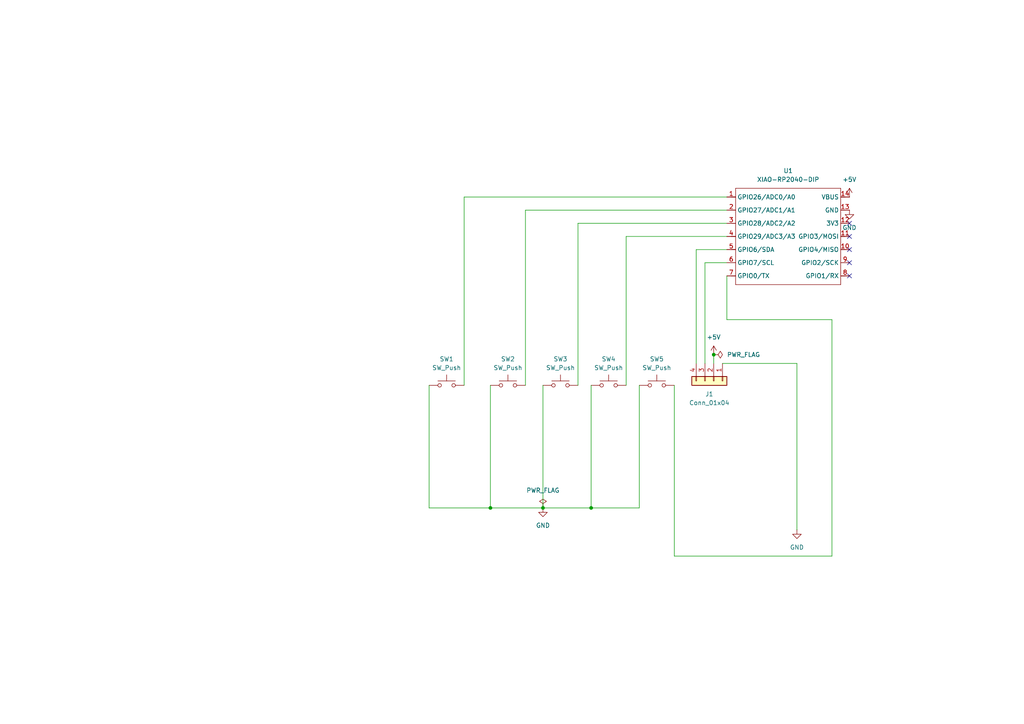
<source format=kicad_sch>
(kicad_sch (version 20250114) (generator "eeschema") (generator_version "9.0")
  (paper "A4")
  (lib_symbols
    (symbol "Connector_Generic:Conn_01x04" (pin_names (offset 1.016) (hide yes))
      (property "Reference" "J" (at 0 5.08 0))
      (property "Value" "Conn_01x04" (at 0 -7.62 0))
      (symbol "Conn_01x04_1_1"
        (rectangle (start -1.27 3.81) (end 1.27 -6.35) (stroke (width 0.254)) (fill (type background)))
        (rectangle (start -1.27 2.667) (end 0 2.413) (stroke (width 0.1524)))
        (rectangle (start -1.27 0.127) (end 0 -0.127) (stroke (width 0.1524)))
        (rectangle (start -1.27 -2.413) (end 0 -2.667) (stroke (width 0.1524)))
        (rectangle (start -1.27 -4.953) (end 0 -5.207) (stroke (width 0.1524)))
        (pin passive line (at -5.08 2.54 0) (length 3.81) (name "Pin_1") (number "1"))
        (pin passive line (at -5.08 0 0) (length 3.81) (name "Pin_2") (number "2"))
        (pin passive line (at -5.08 -2.54 0) (length 3.81) (name "Pin_3") (number "3"))
        (pin passive line (at -5.08 -5.08 0) (length 3.81) (name "Pin_4") (number "4"))
      )
    )
    (symbol "OPL:XIAO-RP2040-DIP"
      (property "Reference" "U" (at 0 0 0))
      (property "Value" "XIAO-RP2040-DIP" (at 5.334 -1.778 0))
      (symbol "XIAO-RP2040-DIP_1_0"
        (polyline (pts (xy -1.27 -2.54) (xy 29.21 -2.54)) (stroke (width 0.1524)))
        (polyline (pts (xy -1.27 -5.08) (xy -2.54 -5.08)) (stroke (width 0.1524)))
        (polyline (pts (xy -1.27 -5.08) (xy -1.27 -2.54)) (stroke (width 0.1524)))
        (polyline (pts (xy -1.27 -8.89) (xy -2.54 -8.89)) (stroke (width 0.1524)))
        (polyline (pts (xy -1.27 -8.89) (xy -1.27 -5.08)) (stroke (width 0.1524)))
        (polyline (pts (xy -1.27 -12.7) (xy -2.54 -12.7)) (stroke (width 0.1524)))
        (polyline (pts (xy -1.27 -12.7) (xy -1.27 -8.89)) (stroke (width 0.1524)))
        (polyline (pts (xy -1.27 -16.51) (xy -2.54 -16.51)) (stroke (width 0.1524)))
        (polyline (pts (xy -1.27 -16.51) (xy -1.27 -12.7)) (stroke (width 0.1524)))
        (polyline (pts (xy -1.27 -20.32) (xy -2.54 -20.32)) (stroke (width 0.1524)))
        (polyline (pts (xy -1.27 -24.13) (xy -2.54 -24.13)) (stroke (width 0.1524)))
        (polyline (pts (xy -1.27 -27.94) (xy -2.54 -27.94)) (stroke (width 0.1524)))
        (polyline (pts (xy -1.27 -30.48) (xy -1.27 -16.51)) (stroke (width 0.1524)))
        (polyline (pts (xy 29.21 -2.54) (xy 29.21 -5.08)) (stroke (width 0.1524)))
        (polyline (pts (xy 29.21 -5.08) (xy 29.21 -8.89)) (stroke (width 0.1524)))
        (polyline (pts (xy 29.21 -8.89) (xy 29.21 -12.7)) (stroke (width 0.1524)))
        (polyline (pts (xy 29.21 -12.7) (xy 29.21 -30.48)) (stroke (width 0.1524)))
        (polyline (pts (xy 29.21 -30.48) (xy -1.27 -30.48)) (stroke (width 0.1524)))
        (polyline (pts (xy 30.48 -5.08) (xy 29.21 -5.08)) (stroke (width 0.1524)))
        (polyline (pts (xy 30.48 -8.89) (xy 29.21 -8.89)) (stroke (width 0.1524)))
        (polyline (pts (xy 30.48 -12.7) (xy 29.21 -12.7)) (stroke (width 0.1524)))
        (polyline (pts (xy 30.48 -16.51) (xy 29.21 -16.51)) (stroke (width 0.1524)))
        (polyline (pts (xy 30.48 -20.32) (xy 29.21 -20.32)) (stroke (width 0.1524)))
        (polyline (pts (xy 30.48 -24.13) (xy 29.21 -24.13)) (stroke (width 0.1524)))
        (polyline (pts (xy 30.48 -27.94) (xy 29.21 -27.94)) (stroke (width 0.1524)))
        (pin passive line (at -3.81 -5.08 0) (length 2.54) (name "GPIO26/ADC0/A0") (number "1"))
        (pin passive line (at -3.81 -8.89 0) (length 2.54) (name "GPIO27/ADC1/A1") (number "2"))
        (pin passive line (at -3.81 -12.7 0) (length 2.54) (name "GPIO28/ADC2/A2") (number "3"))
        (pin passive line (at -3.81 -16.51 0) (length 2.54) (name "GPIO29/ADC3/A3") (number "4"))
        (pin passive line (at -3.81 -20.32 0) (length 2.54) (name "GPIO6/SDA") (number "5"))
        (pin passive line (at -3.81 -24.13 0) (length 2.54) (name "GPIO7/SCL") (number "6"))
        (pin passive line (at -3.81 -27.94 0) (length 2.54) (name "GPIO0/TX") (number "7"))
        (pin passive line (at 31.75 -5.08 180) (length 2.54) (name "VBUS") (number "14"))
        (pin passive line (at 31.75 -8.89 180) (length 2.54) (name "GND") (number "13"))
        (pin passive line (at 31.75 -12.7 180) (length 2.54) (name "3V3") (number "12"))
        (pin passive line (at 31.75 -16.51 180) (length 2.54) (name "GPIO3/MOSI") (number "11"))
        (pin passive line (at 31.75 -20.32 180) (length 2.54) (name "GPIO4/MISO") (number "10"))
        (pin passive line (at 31.75 -24.13 180) (length 2.54) (name "GPIO2/SCK") (number "9"))
        (pin passive line (at 31.75 -27.94 180) (length 2.54) (name "GPIO1/RX") (number "8"))
      )
    )
    (symbol "Switch:SW_Push" (pin_numbers (hide yes)) (pin_names (offset 1.016) (hide yes))
      (property "Reference" "SW" (at 1.27 2.54 0))
      (property "Value" "SW_Push" (at 0 -1.524 0))
      (symbol "SW_Push_0_1"
        (circle (center -2.032 0) (radius 0.508))
        (polyline (pts (xy 0 1.27) (xy 0 3.048)))
        (circle (center 2.032 0) (radius 0.508))
        (polyline (pts (xy 2.54 1.27) (xy -2.54 1.27)))
        (pin passive line (at -5.08 0 0) (length 2.54) (name "1") (number "1"))
        (pin passive line (at 5.08 0 180) (length 2.54) (name "2") (number "2"))
      )
    )
    (symbol "power:+5V" (power) (pin_numbers (hide yes)) (pin_names (offset 0) (hide yes))
      (property "Value" "+5V" (at 0 3.556 0))
      (symbol "+5V_0_1"
        (polyline (pts (xy -0.762 1.27) (xy 0 2.54)))
        (polyline (pts (xy 0 2.54) (xy 0.762 1.27)))
        (polyline (pts (xy 0 0) (xy 0 2.54)))
      )
      (symbol "+5V_1_1"
        (pin power_in line (at 0 0 90) (length 0) (name "~") (number "1"))
      )
    )
    (symbol "power:GND" (power) (pin_numbers (hide yes)) (pin_names (offset 0) (hide yes))
      (property "Value" "GND" (at 0 -3.81 0))
      (symbol "GND_0_1"
        (polyline (pts (xy 0 0) (xy 0 -1.27) (xy 1.27 -1.27) (xy 0 -2.54) (xy -1.27 -1.27) (xy 0 -1.27)))
      )
      (symbol "GND_1_1"
        (pin power_in line (at 0 0 270) (length 0) (name "~") (number "1"))
      )
    )
    (symbol "power:PWR_FLAG" (power) (pin_numbers (hide yes)) (pin_names (offset 0) (hide yes))
      (property "Value" "PWR_FLAG" (at 0 3.81 0))
      (symbol "PWR_FLAG_0_0"
        (pin power_out line (at 0 0 90) (length 0) (name "~") (number "1"))
      )
      (symbol "PWR_FLAG_0_1"
        (polyline (pts (xy 0 0) (xy 0 1.27) (xy -1.016 1.905) (xy 0 2.54) (xy 1.016 1.905) (xy 0 1.27)))
      )
    )
  )
  (junction (at 142.24 147.32))
  (junction (at 171.45 147.32))
  (junction (at 157.48 147.32))
  (junction (at 207.01 102.87))
  (no_connect (at 246.38 64.77))
  (no_connect (at 246.38 68.58))
  (no_connect (at 246.38 80.01))
  (no_connect (at 246.38 76.2))
  (no_connect (at 246.38 72.39))
  (wire (pts (xy 210.82 64.77) (xy 167.64 64.77)))
  (wire (pts (xy 142.24 111.76) (xy 142.24 147.32)))
  (wire (pts (xy 210.82 68.58) (xy 181.61 68.58)))
  (wire (pts (xy 185.42 111.76) (xy 185.42 147.32)))
  (wire (pts (xy 157.48 111.76) (xy 157.48 147.32)))
  (wire (pts (xy 210.82 92.71) (xy 210.82 80.01)))
  (wire (pts (xy 152.4 60.96) (xy 152.4 111.76)))
  (wire (pts (xy 195.58 161.29) (xy 241.3 161.29)))
  (wire (pts (xy 181.61 68.58) (xy 181.61 111.76)))
  (wire (pts (xy 241.3 161.29) (xy 241.3 92.71)))
  (wire (pts (xy 201.93 105.41) (xy 201.93 72.39)))
  (wire (pts (xy 204.47 76.2) (xy 210.82 76.2)))
  (wire (pts (xy 167.64 64.77) (xy 167.64 111.76)))
  (wire (pts (xy 124.46 147.32) (xy 142.24 147.32)))
  (wire (pts (xy 124.46 111.76) (xy 124.46 147.32)))
  (wire (pts (xy 231.14 105.41) (xy 231.14 153.67)))
  (wire (pts (xy 210.82 57.15) (xy 134.62 57.15)))
  (wire (pts (xy 134.62 57.15) (xy 134.62 111.76)))
  (wire (pts (xy 204.47 105.41) (xy 204.47 76.2)))
  (wire (pts (xy 207.01 102.87) (xy 207.01 105.41)))
  (wire (pts (xy 185.42 147.32) (xy 171.45 147.32)))
  (wire (pts (xy 171.45 147.32) (xy 157.48 147.32)))
  (wire (pts (xy 210.82 60.96) (xy 152.4 60.96)))
  (wire (pts (xy 201.93 72.39) (xy 210.82 72.39)))
  (wire (pts (xy 142.24 147.32) (xy 157.48 147.32)))
  (wire (pts (xy 241.3 92.71) (xy 210.82 92.71)))
  (wire (pts (xy 209.55 105.41) (xy 231.14 105.41)))
  (wire (pts (xy 171.45 111.76) (xy 171.45 147.32)))
  (wire (pts (xy 195.58 111.76) (xy 195.58 161.29)))
  (symbol (lib_id "power:+5V") (at 207.01 102.87 0) (unit 1)
    (property "Reference" "#PWR02" (effects (hide yes)))
    (property "Value" "+5V" (at 207.01 97.79 0))
    (property "Description" "Power symbol creates a global label with name \"+5V\"" (effects (hide yes)))
  )
  (symbol (lib_id "power:PWR_FLAG") (at 157.48 147.32 0) (unit 1)
    (property "Reference" "#FLG01" (effects (hide yes)))
    (property "Value" "PWR_FLAG" (at 157.48 142.24 0))
    (property "Description" "Special symbol for telling ERC where power comes from" (effects (hide yes)))
  )
  (symbol (lib_id "power:GND") (at 246.38 60.96 0) (unit 1)
    (property "Reference" "#PWR05" (effects (hide yes)))
    (property "Value" "GND" (at 246.38 66.04 0))
    (property "Description" "Power symbol creates a global label with name \"GND\" , ground" (effects (hide yes)))
  )
  (symbol (lib_id "Switch:SW_Push") (at 162.56 111.76 0) (unit 1)
    (property "Reference" "SW3" (at 162.56 104.14 0))
    (property "Value" "SW_Push" (at 162.56 106.68 0))
    (property "Footprint" "Button_Switch_Keyboard:SW_Cherry_MX_1.00u_PCB" (effects (hide yes)))
    (property "Description" "Push button switch, generic, two pins" (effects (hide yes)))
  )
  (symbol (lib_id "power:+5V") (at 246.38 57.15 0) (unit 1)
    (property "Reference" "#PWR04" (effects (hide yes)))
    (property "Value" "+5V" (at 246.38 52.07 0))
    (property "Description" "Power symbol creates a global label with name \"+5V\"" (effects (hide yes)))
  )
  (symbol (lib_id "Switch:SW_Push") (at 190.5 111.76 0) (unit 1)
    (property "Reference" "SW5" (at 190.5 104.14 0))
    (property "Value" "SW_Push" (at 190.5 106.68 0))
    (property "Footprint" "Button_Switch_Keyboard:SW_Cherry_MX_1.00u_PCB" (effects (hide yes)))
    (property "Description" "Push button switch, generic, two pins" (effects (hide yes)))
  )
  (symbol (lib_id "OPL:XIAO-RP2040-DIP") (at 214.63 52.07 0) (unit 1)
    (property "Reference" "U1" (at 228.6 49.53 0))
    (property "Value" "XIAO-RP2040-DIP" (at 228.6 52.07 0))
    (property "Footprint" "OPL:XIAO-ESP32C3-DIP" (effects (hide yes)))
  )
  (symbol (lib_id "power:PWR_FLAG") (at 207.01 102.87 270) (unit 1)
    (property "Reference" "#FLG02" (effects (hide yes)))
    (property "Value" "PWR_FLAG" (at 210.82 102.8699 90) (effects (justify left)))
    (property "Description" "Special symbol for telling ERC where power comes from" (effects (hide yes)))
  )
  (symbol (lib_id "Connector_Generic:Conn_01x04") (at 207.01 110.49 270) (unit 1)
    (property "Reference" "J1" (at 205.74 114.3 90))
    (property "Value" "Conn_01x04" (at 205.74 116.84 90))
    (property "Footprint" "Connector_PinSocket_2.54mm:PinSocket_1x04_P2.54mm_Vertical" (effects (hide yes)))
    (property "Description" "Generic connector, single row, 01x04, script generated (kicad-library-utils/schlib/autogen/connector/)" (effects (hide yes)))
  )
  (symbol (lib_id "power:GND") (at 231.14 153.67 0) (unit 1)
    (property "Reference" "#PWR03" (effects (hide yes)))
    (property "Value" "GND" (at 231.14 158.75 0))
    (property "Description" "Power symbol creates a global label with name \"GND\" , ground" (effects (hide yes)))
  )
  (symbol (lib_id "power:GND") (at 157.48 147.32 0) (unit 1)
    (property "Reference" "#PWR01" (effects (hide yes)))
    (property "Value" "GND" (at 157.48 152.4 0))
    (property "Description" "Power symbol creates a global label with name \"GND\" , ground" (effects (hide yes)))
  )
  (symbol (lib_id "Switch:SW_Push") (at 147.32 111.76 0) (unit 1)
    (property "Reference" "SW2" (at 147.32 104.14 0))
    (property "Value" "SW_Push" (at 147.32 106.68 0))
    (property "Footprint" "Button_Switch_Keyboard:SW_Cherry_MX_1.00u_PCB" (effects (hide yes)))
    (property "Description" "Push button switch, generic, two pins" (effects (hide yes)))
  )
  (symbol (lib_id "Switch:SW_Push") (at 129.54 111.76 0) (unit 1)
    (property "Reference" "SW1" (at 129.54 104.14 0))
    (property "Value" "SW_Push" (at 129.54 106.68 0))
    (property "Footprint" "Button_Switch_Keyboard:SW_Cherry_MX_1.00u_PCB" (effects (hide yes)))
    (property "Description" "Push button switch, generic, two pins" (effects (hide yes)))
  )
  (symbol (lib_id "Switch:SW_Push") (at 176.53 111.76 0) (unit 1)
    (property "Reference" "SW4" (at 176.53 104.14 0))
    (property "Value" "SW_Push" (at 176.53 106.68 0))
    (property "Footprint" "Button_Switch_Keyboard:SW_Cherry_MX_1.00u_PCB" (effects (hide yes)))
    (property "Description" "Push button switch, generic, two pins" (effects (hide yes)))
  )
)
</source>
